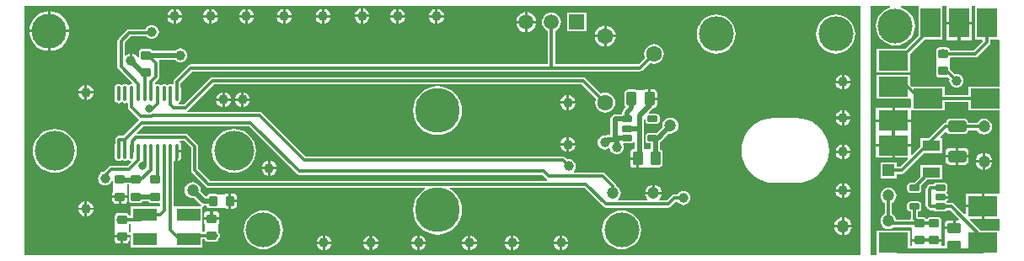
<source format=gbl>
G04 Layer_Physical_Order=2*
G04 Layer_Color=16711680*
%FSLAX42Y42*%
%MOMM*%
G71*
G01*
G75*
%ADD10R,3.00X2.00*%
G04:AMPARAMS|DCode=13|XSize=1mm|YSize=0.9mm|CornerRadius=0.11mm|HoleSize=0mm|Usage=FLASHONLY|Rotation=90.000|XOffset=0mm|YOffset=0mm|HoleType=Round|Shape=RoundedRectangle|*
%AMROUNDEDRECTD13*
21,1,1.00,0.68,0,0,90.0*
21,1,0.78,0.90,0,0,90.0*
1,1,0.23,0.34,0.39*
1,1,0.23,0.34,-0.39*
1,1,0.23,-0.34,-0.39*
1,1,0.23,-0.34,0.39*
%
%ADD13ROUNDEDRECTD13*%
%ADD14C,0.30*%
%ADD15C,0.50*%
%ADD16C,4.00*%
%ADD17C,1.52*%
%ADD18C,1.20*%
%ADD19R,1.20X1.20*%
%ADD20C,3.50*%
%ADD21R,1.50X1.50*%
%ADD22C,1.50*%
%ADD23C,1.60*%
%ADD24C,4.50*%
%ADD25C,1.00*%
%ADD26C,0.80*%
%ADD27C,1.27*%
G04:AMPARAMS|DCode=28|XSize=1.4mm|YSize=1mm|CornerRadius=0.13mm|HoleSize=0mm|Usage=FLASHONLY|Rotation=180.000|XOffset=0mm|YOffset=0mm|HoleType=Round|Shape=RoundedRectangle|*
%AMROUNDEDRECTD28*
21,1,1.40,0.75,0,0,180.0*
21,1,1.15,1.00,0,0,180.0*
1,1,0.25,-0.57,0.38*
1,1,0.25,0.57,0.38*
1,1,0.25,0.57,-0.38*
1,1,0.25,-0.57,-0.38*
%
%ADD28ROUNDEDRECTD28*%
%ADD29R,1.80X1.10*%
G04:AMPARAMS|DCode=30|XSize=0.6mm|YSize=1mm|CornerRadius=0.08mm|HoleSize=0mm|Usage=FLASHONLY|Rotation=270.000|XOffset=0mm|YOffset=0mm|HoleType=Round|Shape=RoundedRectangle|*
%AMROUNDEDRECTD30*
21,1,0.60,0.85,0,0,270.0*
21,1,0.45,1.00,0,0,270.0*
1,1,0.15,-0.42,-0.23*
1,1,0.15,-0.42,0.23*
1,1,0.15,0.42,0.23*
1,1,0.15,0.42,-0.23*
%
%ADD30ROUNDEDRECTD30*%
G04:AMPARAMS|DCode=31|XSize=1mm|YSize=0.9mm|CornerRadius=0.11mm|HoleSize=0mm|Usage=FLASHONLY|Rotation=0.000|XOffset=0mm|YOffset=0mm|HoleType=Round|Shape=RoundedRectangle|*
%AMROUNDEDRECTD31*
21,1,1.00,0.68,0,0,0.0*
21,1,0.78,0.90,0,0,0.0*
1,1,0.23,0.39,-0.34*
1,1,0.23,-0.39,-0.34*
1,1,0.23,-0.39,0.34*
1,1,0.23,0.39,0.34*
%
%ADD31ROUNDEDRECTD31*%
G04:AMPARAMS|DCode=32|XSize=1.8mm|YSize=1.15mm|CornerRadius=0.14mm|HoleSize=0mm|Usage=FLASHONLY|Rotation=0.000|XOffset=0mm|YOffset=0mm|HoleType=Round|Shape=RoundedRectangle|*
%AMROUNDEDRECTD32*
21,1,1.80,0.86,0,0,0.0*
21,1,1.51,1.15,0,0,0.0*
1,1,0.29,0.76,-0.43*
1,1,0.29,-0.76,-0.43*
1,1,0.29,-0.76,0.43*
1,1,0.29,0.76,0.43*
%
%ADD32ROUNDEDRECTD32*%
%ADD33R,2.00X3.00*%
%ADD34O,0.40X1.50*%
G04:AMPARAMS|DCode=35|XSize=1.4mm|YSize=1mm|CornerRadius=0.13mm|HoleSize=0mm|Usage=FLASHONLY|Rotation=270.000|XOffset=0mm|YOffset=0mm|HoleType=Round|Shape=RoundedRectangle|*
%AMROUNDEDRECTD35*
21,1,1.40,0.75,0,0,270.0*
21,1,1.15,1.00,0,0,270.0*
1,1,0.25,-0.38,-0.57*
1,1,0.25,-0.38,0.57*
1,1,0.25,0.38,0.57*
1,1,0.25,0.38,-0.57*
%
%ADD35ROUNDEDRECTD35*%
%ADD36R,2.40X1.30*%
G36*
X9600Y2210D02*
X9672D01*
X9677Y2197D01*
X9585Y2106D01*
X9350D01*
X9348Y2116D01*
X9341Y2126D01*
X9331Y2133D01*
X9319Y2136D01*
X9280D01*
X9280Y2136D01*
X9280Y2136D01*
X9241D01*
X9229Y2133D01*
X9219Y2126D01*
X9212Y2116D01*
X9209Y2104D01*
Y2036D01*
X9211Y2026D01*
X9210Y2025D01*
Y1945D01*
X9211Y1944D01*
X9209Y1934D01*
Y1866D01*
X9212Y1854D01*
X9219Y1844D01*
X9229Y1837D01*
X9241Y1834D01*
X9319D01*
X9326Y1836D01*
X9345Y1817D01*
X9342Y1800D01*
X9345Y1781D01*
X9352Y1764D01*
X9363Y1750D01*
X9378Y1739D01*
X9395Y1732D01*
X9413Y1729D01*
X9431Y1732D01*
X9448Y1739D01*
X9463Y1750D01*
X9474Y1764D01*
X9481Y1781D01*
X9483Y1800D01*
X9481Y1818D01*
X9474Y1835D01*
X9463Y1850D01*
X9448Y1861D01*
X9431Y1868D01*
X9413Y1870D01*
X9395Y1868D01*
X9351Y1912D01*
Y1934D01*
X9349Y1944D01*
X9350Y1945D01*
Y2025D01*
X9359Y2034D01*
X9600D01*
X9614Y2037D01*
X9625Y2045D01*
X9745Y2165D01*
X9753Y2176D01*
X9756Y2190D01*
Y2210D01*
X9840D01*
X9850Y2203D01*
Y1740D01*
X9530D01*
Y1656D01*
X9300D01*
Y1740D01*
X8970D01*
X8950Y1760D01*
Y1860D01*
X8610D01*
Y1620D01*
X8950D01*
X8960Y1613D01*
Y1536D01*
X8955Y1525D01*
X8947Y1525D01*
X8793D01*
Y1413D01*
X8955D01*
Y1489D01*
X8960Y1500D01*
X8968Y1500D01*
X9300D01*
Y1584D01*
X9530D01*
Y1500D01*
X9850D01*
Y665D01*
X9693D01*
Y540D01*
Y415D01*
X9850D01*
Y303D01*
X9850Y290D01*
X9660D01*
X9548Y403D01*
X9552Y415D01*
X9667D01*
Y527D01*
X9505D01*
Y462D01*
X9493Y458D01*
X9390Y560D01*
X9379Y568D01*
X9365Y571D01*
X9319D01*
X9317Y577D01*
X9316Y584D01*
X9323Y595D01*
X9326Y607D01*
Y617D01*
X9250D01*
Y643D01*
X9326D01*
Y653D01*
X9323Y665D01*
X9316Y676D01*
X9318Y691D01*
X9318Y692D01*
X9321Y703D01*
Y747D01*
X9318Y758D01*
X9312Y767D01*
X9303Y773D01*
X9293Y776D01*
X9207D01*
X9197Y773D01*
X9188Y767D01*
X9183Y761D01*
X9155D01*
X9141Y758D01*
X9130Y750D01*
X9115Y735D01*
X9107Y724D01*
X9104Y710D01*
Y550D01*
X9107Y536D01*
X9115Y525D01*
X9130Y510D01*
X9141Y502D01*
X9155Y499D01*
X9183D01*
X9188Y493D01*
X9197Y487D01*
X9207Y484D01*
X9293D01*
X9303Y487D01*
X9312Y493D01*
X9317Y499D01*
X9350D01*
X9441Y409D01*
X9435Y396D01*
X9403D01*
Y320D01*
X9390D01*
Y307D01*
X9294D01*
Y283D01*
X9297Y268D01*
X9300Y263D01*
Y183D01*
X9300Y182D01*
X9299Y177D01*
Y136D01*
X9269D01*
X9266Y143D01*
X9264Y149D01*
X9266Y161D01*
Y182D01*
X9190D01*
Y208D01*
X9266D01*
Y229D01*
X9263Y243D01*
X9260Y248D01*
Y320D01*
X9259Y321D01*
X9261Y331D01*
Y399D01*
X9258Y411D01*
X9251Y421D01*
X9241Y428D01*
X9229Y431D01*
X9151D01*
X9139Y428D01*
X9129Y421D01*
X9122Y411D01*
X9121Y409D01*
X9109D01*
X9108Y411D01*
X9101Y421D01*
X9091Y428D01*
X9079Y431D01*
X9026D01*
Y484D01*
X9032D01*
X9043Y487D01*
X9052Y493D01*
X9058Y502D01*
X9061Y512D01*
Y557D01*
X9058Y568D01*
X9052Y577D01*
X9043Y583D01*
X9032Y586D01*
X8947D01*
X8937Y583D01*
X8928Y577D01*
X8922Y568D01*
X8919Y557D01*
Y512D01*
X8922Y502D01*
X8928Y493D01*
X8937Y487D01*
X8947Y484D01*
X8954D01*
Y415D01*
X8955Y413D01*
X8944Y401D01*
X8809D01*
X8808Y411D01*
X8800Y430D01*
X8787Y447D01*
X8770Y460D01*
X8766Y462D01*
Y572D01*
X8770Y574D01*
X8787Y587D01*
X8800Y604D01*
X8808Y623D01*
X8811Y644D01*
X8808Y665D01*
X8800Y684D01*
X8787Y701D01*
X8770Y714D01*
X8751Y722D01*
X8730Y725D01*
X8709Y722D01*
X8690Y714D01*
X8673Y701D01*
X8660Y684D01*
X8652Y665D01*
X8649Y644D01*
X8652Y623D01*
X8660Y604D01*
X8673Y587D01*
X8690Y574D01*
X8694Y572D01*
Y462D01*
X8690Y460D01*
X8673Y447D01*
X8660Y430D01*
X8652Y411D01*
X8649Y390D01*
X8652Y369D01*
X8660Y350D01*
X8673Y333D01*
X8690Y320D01*
X8709Y312D01*
X8730Y309D01*
X8751Y312D01*
X8770Y320D01*
X8782Y329D01*
X8961D01*
X8970Y320D01*
Y248D01*
X8967Y243D01*
X8964Y229D01*
Y208D01*
X9040D01*
Y182D01*
X8964D01*
Y161D01*
X8966Y152D01*
X8958Y141D01*
X8950Y143D01*
Y290D01*
X8610D01*
Y50D01*
X8550D01*
Y2550D01*
X8744D01*
X8746Y2537D01*
X8725Y2531D01*
X8691Y2513D01*
X8661Y2489D01*
X8637Y2459D01*
X8619Y2425D01*
X8608Y2388D01*
X8604Y2350D01*
X8608Y2312D01*
X8619Y2275D01*
X8637Y2241D01*
X8661Y2211D01*
X8691Y2187D01*
X8725Y2169D01*
X8762Y2158D01*
X8800Y2154D01*
X8838Y2158D01*
X8875Y2169D01*
X8909Y2187D01*
X8939Y2211D01*
X8963Y2241D01*
X8981Y2275D01*
X8992Y2312D01*
X8996Y2350D01*
X8992Y2388D01*
X8981Y2425D01*
X8963Y2459D01*
X8939Y2489D01*
X8909Y2513D01*
X8875Y2531D01*
X8854Y2537D01*
X8856Y2550D01*
X9030D01*
Y2250D01*
X8900Y2120D01*
X8610D01*
Y1880D01*
X8950D01*
Y2070D01*
X9090Y2210D01*
X9270D01*
Y2550D01*
X9315D01*
Y2393D01*
X9440D01*
X9565D01*
Y2550D01*
X9600D01*
Y2210D01*
D02*
G37*
G36*
X8450Y50D02*
X50D01*
Y2550D01*
X8450Y2550D01*
Y50D01*
D02*
G37*
%LPC*%
G36*
X9565Y2367D02*
X9453D01*
Y2205D01*
X9565D01*
Y2367D01*
D02*
G37*
G36*
X9427D02*
X9315D01*
Y2205D01*
X9427D01*
Y2367D01*
D02*
G37*
G36*
X8767Y1525D02*
X8605D01*
Y1413D01*
X8767D01*
Y1525D01*
D02*
G37*
G36*
X9690Y1421D02*
X9669Y1418D01*
X9650Y1410D01*
X9633Y1397D01*
X9620Y1380D01*
X9618Y1376D01*
X9531D01*
Y1383D01*
X9528Y1397D01*
X9520Y1408D01*
X9509Y1416D01*
X9496Y1418D01*
X9344D01*
X9331Y1416D01*
X9320Y1408D01*
X9312Y1397D01*
X9309Y1383D01*
Y1376D01*
X9305D01*
X9291Y1373D01*
X9280Y1365D01*
X9140Y1225D01*
X9050D01*
Y1135D01*
X8967Y1053D01*
X8955Y1057D01*
Y1137D01*
X8793D01*
Y1025D01*
X8923D01*
X8927Y1013D01*
X8848Y934D01*
X8810D01*
Y978D01*
X8650D01*
Y818D01*
X8810D01*
Y862D01*
X8863D01*
X8877Y865D01*
X8888Y873D01*
X9090Y1075D01*
X9270D01*
Y1225D01*
X9257D01*
X9252Y1237D01*
X9300Y1284D01*
X9314Y1281D01*
X9320Y1272D01*
X9331Y1264D01*
X9344Y1262D01*
X9496D01*
X9509Y1264D01*
X9520Y1272D01*
X9528Y1283D01*
X9531Y1297D01*
Y1304D01*
X9618D01*
X9620Y1300D01*
X9633Y1283D01*
X9650Y1270D01*
X9669Y1262D01*
X9690Y1259D01*
X9711Y1262D01*
X9730Y1270D01*
X9747Y1283D01*
X9760Y1300D01*
X9768Y1319D01*
X9771Y1340D01*
X9768Y1361D01*
X9760Y1380D01*
X9747Y1397D01*
X9730Y1410D01*
X9711Y1418D01*
X9690Y1421D01*
D02*
G37*
G36*
X8955Y1387D02*
X8780D01*
X8605D01*
Y1275D01*
Y1163D01*
X8780D01*
X8955D01*
Y1275D01*
Y1387D01*
D02*
G37*
G36*
X9496Y1124D02*
X9433D01*
Y1053D01*
X9536D01*
Y1083D01*
X9533Y1099D01*
X9524Y1112D01*
X9511Y1121D01*
X9496Y1124D01*
D02*
G37*
G36*
X9407D02*
X9344D01*
X9329Y1121D01*
X9316Y1112D01*
X9307Y1099D01*
X9304Y1083D01*
Y1053D01*
X9407D01*
Y1124D01*
D02*
G37*
G36*
X8767Y1137D02*
X8605D01*
Y1025D01*
X8767D01*
Y1137D01*
D02*
G37*
G36*
X9703Y1074D02*
Y1003D01*
X9774D01*
X9773Y1012D01*
X9765Y1033D01*
X9751Y1051D01*
X9733Y1065D01*
X9712Y1073D01*
X9703Y1074D01*
D02*
G37*
G36*
X9677Y1074D02*
X9668Y1073D01*
X9647Y1065D01*
X9629Y1051D01*
X9615Y1033D01*
X9607Y1012D01*
X9606Y1003D01*
X9677D01*
Y1074D01*
D02*
G37*
G36*
X9536Y1027D02*
X9433D01*
Y956D01*
X9496D01*
X9511Y959D01*
X9524Y968D01*
X9533Y981D01*
X9536Y997D01*
Y1027D01*
D02*
G37*
G36*
X9407D02*
X9304D01*
Y997D01*
X9307Y981D01*
X9316Y968D01*
X9329Y959D01*
X9344Y956D01*
X9407D01*
Y1027D01*
D02*
G37*
G36*
X9774Y977D02*
X9703D01*
Y906D01*
X9712Y907D01*
X9733Y915D01*
X9751Y929D01*
X9765Y947D01*
X9773Y968D01*
X9774Y977D01*
D02*
G37*
G36*
X9677D02*
X9606D01*
X9607Y968D01*
X9615Y947D01*
X9629Y929D01*
X9647Y915D01*
X9668Y907D01*
X9677Y906D01*
Y977D01*
D02*
G37*
G36*
X9270Y955D02*
X9050D01*
Y835D01*
X8990Y776D01*
X8947D01*
X8937Y773D01*
X8928Y767D01*
X8922Y758D01*
X8919Y747D01*
Y703D01*
X8922Y692D01*
X8928Y683D01*
X8937Y677D01*
X8947Y674D01*
X9032D01*
X9043Y677D01*
X9052Y683D01*
X9058Y692D01*
X9061Y703D01*
Y745D01*
X9120Y805D01*
X9270D01*
Y955D01*
D02*
G37*
G36*
X9667Y665D02*
X9505D01*
Y553D01*
X9667D01*
Y665D01*
D02*
G37*
G36*
X9377Y396D02*
X9332D01*
X9318Y393D01*
X9305Y385D01*
X9297Y372D01*
X9294Y358D01*
Y333D01*
X9377D01*
Y396D01*
D02*
G37*
G36*
X3455Y2527D02*
Y2465D01*
X3517D01*
X3516Y2472D01*
X3509Y2491D01*
X3496Y2506D01*
X3481Y2519D01*
X3462Y2526D01*
X3455Y2527D01*
D02*
G37*
G36*
X3430D02*
X3423Y2526D01*
X3405Y2519D01*
X3389Y2506D01*
X3377Y2491D01*
X3369Y2472D01*
X3368Y2465D01*
X3430D01*
Y2527D01*
D02*
G37*
G36*
X4203Y2524D02*
Y2463D01*
X4264D01*
X4263Y2470D01*
X4256Y2488D01*
X4244Y2504D01*
X4228Y2516D01*
X4210Y2523D01*
X4203Y2524D01*
D02*
G37*
G36*
X4177D02*
X4170Y2523D01*
X4152Y2516D01*
X4136Y2504D01*
X4124Y2488D01*
X4117Y2470D01*
X4116Y2463D01*
X4177D01*
Y2524D01*
D02*
G37*
G36*
X3813D02*
Y2463D01*
X3874D01*
X3873Y2470D01*
X3866Y2488D01*
X3854Y2504D01*
X3838Y2516D01*
X3820Y2523D01*
X3813Y2524D01*
D02*
G37*
G36*
X3787D02*
X3780Y2523D01*
X3762Y2516D01*
X3746Y2504D01*
X3734Y2488D01*
X3727Y2470D01*
X3726Y2463D01*
X3787D01*
Y2524D01*
D02*
G37*
G36*
X3063D02*
Y2463D01*
X3124D01*
X3123Y2470D01*
X3116Y2488D01*
X3104Y2504D01*
X3088Y2516D01*
X3070Y2523D01*
X3063Y2524D01*
D02*
G37*
G36*
X3037D02*
X3030Y2523D01*
X3012Y2516D01*
X2996Y2504D01*
X2984Y2488D01*
X2977Y2470D01*
X2976Y2463D01*
X3037D01*
Y2524D01*
D02*
G37*
G36*
X2673D02*
Y2463D01*
X2734D01*
X2733Y2470D01*
X2726Y2488D01*
X2714Y2504D01*
X2698Y2516D01*
X2680Y2523D01*
X2673Y2524D01*
D02*
G37*
G36*
X2647D02*
X2640Y2523D01*
X2622Y2516D01*
X2606Y2504D01*
X2594Y2488D01*
X2587Y2470D01*
X2586Y2463D01*
X2647D01*
Y2524D01*
D02*
G37*
G36*
X2293D02*
Y2463D01*
X2354D01*
X2353Y2470D01*
X2346Y2488D01*
X2334Y2504D01*
X2318Y2516D01*
X2300Y2523D01*
X2293Y2524D01*
D02*
G37*
G36*
X2267D02*
X2260Y2523D01*
X2242Y2516D01*
X2226Y2504D01*
X2214Y2488D01*
X2207Y2470D01*
X2206Y2463D01*
X2267D01*
Y2524D01*
D02*
G37*
G36*
X1933D02*
Y2463D01*
X1994D01*
X1993Y2470D01*
X1986Y2488D01*
X1974Y2504D01*
X1958Y2516D01*
X1940Y2523D01*
X1933Y2524D01*
D02*
G37*
G36*
X1907D02*
X1900Y2523D01*
X1882Y2516D01*
X1866Y2504D01*
X1854Y2488D01*
X1847Y2470D01*
X1846Y2463D01*
X1907D01*
Y2524D01*
D02*
G37*
G36*
X1573D02*
Y2463D01*
X1634D01*
X1633Y2470D01*
X1626Y2488D01*
X1614Y2504D01*
X1598Y2516D01*
X1580Y2523D01*
X1573Y2524D01*
D02*
G37*
G36*
X1547D02*
X1540Y2523D01*
X1522Y2516D01*
X1506Y2504D01*
X1494Y2488D01*
X1487Y2470D01*
X1486Y2463D01*
X1547D01*
Y2524D01*
D02*
G37*
G36*
X5105Y2490D02*
Y2403D01*
X5192D01*
X5190Y2416D01*
X5180Y2441D01*
X5164Y2462D01*
X5143Y2478D01*
X5118Y2488D01*
X5105Y2490D01*
D02*
G37*
G36*
X5079Y2490D02*
X5066Y2488D01*
X5041Y2478D01*
X5020Y2462D01*
X5004Y2441D01*
X4994Y2416D01*
X4992Y2403D01*
X5079D01*
Y2490D01*
D02*
G37*
G36*
X3517Y2440D02*
X3455D01*
Y2378D01*
X3462Y2379D01*
X3481Y2387D01*
X3496Y2399D01*
X3509Y2415D01*
X3516Y2433D01*
X3517Y2440D01*
D02*
G37*
G36*
X3430D02*
X3368D01*
X3369Y2433D01*
X3377Y2415D01*
X3389Y2399D01*
X3405Y2387D01*
X3423Y2379D01*
X3430Y2378D01*
Y2440D01*
D02*
G37*
G36*
X4264Y2437D02*
X4203D01*
Y2376D01*
X4210Y2377D01*
X4228Y2384D01*
X4244Y2396D01*
X4256Y2412D01*
X4263Y2430D01*
X4264Y2437D01*
D02*
G37*
G36*
X4177D02*
X4116D01*
X4117Y2430D01*
X4124Y2412D01*
X4136Y2396D01*
X4152Y2384D01*
X4170Y2377D01*
X4177Y2376D01*
Y2437D01*
D02*
G37*
G36*
X3874D02*
X3813D01*
Y2376D01*
X3820Y2377D01*
X3838Y2384D01*
X3854Y2396D01*
X3866Y2412D01*
X3873Y2430D01*
X3874Y2437D01*
D02*
G37*
G36*
X3787D02*
X3726D01*
X3727Y2430D01*
X3734Y2412D01*
X3746Y2396D01*
X3762Y2384D01*
X3780Y2377D01*
X3787Y2376D01*
Y2437D01*
D02*
G37*
G36*
X3124D02*
X3063D01*
Y2376D01*
X3070Y2377D01*
X3088Y2384D01*
X3104Y2396D01*
X3116Y2412D01*
X3123Y2430D01*
X3124Y2437D01*
D02*
G37*
G36*
X3037D02*
X2976D01*
X2977Y2430D01*
X2984Y2412D01*
X2996Y2396D01*
X3012Y2384D01*
X3030Y2377D01*
X3037Y2376D01*
Y2437D01*
D02*
G37*
G36*
X2734D02*
X2673D01*
Y2376D01*
X2680Y2377D01*
X2698Y2384D01*
X2714Y2396D01*
X2726Y2412D01*
X2733Y2430D01*
X2734Y2437D01*
D02*
G37*
G36*
X2647D02*
X2586D01*
X2587Y2430D01*
X2594Y2412D01*
X2606Y2396D01*
X2622Y2384D01*
X2640Y2377D01*
X2647Y2376D01*
Y2437D01*
D02*
G37*
G36*
X2354D02*
X2293D01*
Y2376D01*
X2300Y2377D01*
X2318Y2384D01*
X2334Y2396D01*
X2346Y2412D01*
X2353Y2430D01*
X2354Y2437D01*
D02*
G37*
G36*
X2267D02*
X2206D01*
X2207Y2430D01*
X2214Y2412D01*
X2226Y2396D01*
X2242Y2384D01*
X2260Y2377D01*
X2267Y2376D01*
Y2437D01*
D02*
G37*
G36*
X1994D02*
X1933D01*
Y2376D01*
X1940Y2377D01*
X1958Y2384D01*
X1974Y2396D01*
X1986Y2412D01*
X1993Y2430D01*
X1994Y2437D01*
D02*
G37*
G36*
X1907D02*
X1846D01*
X1847Y2430D01*
X1854Y2412D01*
X1866Y2396D01*
X1882Y2384D01*
X1900Y2377D01*
X1907Y2376D01*
Y2437D01*
D02*
G37*
G36*
X1634D02*
X1573D01*
Y2376D01*
X1580Y2377D01*
X1598Y2384D01*
X1614Y2396D01*
X1626Y2412D01*
X1633Y2430D01*
X1634Y2437D01*
D02*
G37*
G36*
X1547D02*
X1486D01*
X1487Y2430D01*
X1494Y2412D01*
X1506Y2396D01*
X1522Y2384D01*
X1540Y2377D01*
X1547Y2376D01*
Y2437D01*
D02*
G37*
G36*
X313Y2500D02*
Y2313D01*
X500D01*
X498Y2339D01*
X486Y2377D01*
X467Y2412D01*
X442Y2442D01*
X412Y2467D01*
X377Y2486D01*
X339Y2497D01*
X313Y2500D01*
D02*
G37*
G36*
X287D02*
X261Y2497D01*
X223Y2486D01*
X188Y2467D01*
X158Y2442D01*
X133Y2412D01*
X114Y2377D01*
X103Y2339D01*
X100Y2313D01*
X287D01*
Y2500D01*
D02*
G37*
G36*
X5695Y2485D02*
X5505D01*
Y2295D01*
X5695D01*
Y2485D01*
D02*
G37*
G36*
X5192Y2377D02*
X5105D01*
Y2290D01*
X5118Y2292D01*
X5143Y2302D01*
X5164Y2318D01*
X5180Y2339D01*
X5190Y2364D01*
X5192Y2377D01*
D02*
G37*
G36*
X5079D02*
X4992D01*
X4994Y2364D01*
X5004Y2339D01*
X5020Y2318D01*
X5041Y2302D01*
X5066Y2292D01*
X5079Y2290D01*
Y2377D01*
D02*
G37*
G36*
X5898Y2355D02*
Y2263D01*
X5990D01*
X5988Y2278D01*
X5977Y2303D01*
X5960Y2325D01*
X5938Y2342D01*
X5913Y2353D01*
X5898Y2355D01*
D02*
G37*
G36*
X5872Y2355D02*
X5857Y2353D01*
X5832Y2342D01*
X5810Y2325D01*
X5793Y2303D01*
X5782Y2278D01*
X5780Y2263D01*
X5872D01*
Y2355D01*
D02*
G37*
G36*
X5346Y2486D02*
X5321Y2483D01*
X5298Y2473D01*
X5278Y2458D01*
X5263Y2438D01*
X5253Y2415D01*
X5250Y2390D01*
X5253Y2365D01*
X5263Y2342D01*
X5278Y2322D01*
X5298Y2307D01*
X5310Y2302D01*
Y1966D01*
X1720D01*
X1706Y1963D01*
X1695Y1955D01*
X1557Y1818D01*
X1550Y1806D01*
X1547Y1793D01*
Y1769D01*
X1534Y1762D01*
X1533Y1763D01*
X1518Y1766D01*
X1502Y1763D01*
X1489Y1754D01*
X1481D01*
X1468Y1763D01*
X1453Y1766D01*
X1437Y1763D01*
X1429Y1758D01*
X1420Y1755D01*
X1411Y1758D01*
X1403Y1763D01*
X1387Y1766D01*
X1373Y1763D01*
X1362Y1770D01*
X1361Y1780D01*
X1395Y1815D01*
X1395Y1815D01*
X1395Y1815D01*
X1399Y1821D01*
X1403Y1826D01*
X1403Y1826D01*
X1403Y1826D01*
X1404Y1833D01*
X1406Y1840D01*
X1406Y1840D01*
X1406Y1840D01*
Y1980D01*
X1403Y1994D01*
X1401Y1996D01*
X1408Y2009D01*
X1545D01*
X1562D01*
X1565Y2005D01*
X1580Y1994D01*
X1597Y1987D01*
X1615Y1984D01*
X1633Y1987D01*
X1650Y1994D01*
X1665Y2005D01*
X1676Y2020D01*
X1683Y2037D01*
X1686Y2055D01*
X1683Y2073D01*
X1676Y2090D01*
X1665Y2105D01*
X1650Y2116D01*
X1633Y2123D01*
X1615Y2126D01*
X1597Y2123D01*
X1580Y2116D01*
X1565Y2105D01*
X1562Y2101D01*
X1545D01*
X1338D01*
X1338Y2101D01*
X1331Y2111D01*
X1321Y2118D01*
X1309Y2121D01*
X1231D01*
X1219Y2118D01*
X1209Y2111D01*
X1202Y2101D01*
X1199Y2089D01*
Y2039D01*
X1187Y2036D01*
X1186Y2038D01*
X1174Y2054D01*
X1158Y2066D01*
X1140Y2073D01*
X1133Y2074D01*
Y2000D01*
X1107D01*
Y2074D01*
X1100Y2073D01*
X1082Y2066D01*
X1068Y2055D01*
X1056Y2059D01*
Y2185D01*
X1115Y2244D01*
X1277D01*
X1280Y2240D01*
X1295Y2229D01*
X1312Y2222D01*
X1330Y2219D01*
X1348Y2222D01*
X1365Y2229D01*
X1380Y2240D01*
X1391Y2255D01*
X1398Y2272D01*
X1401Y2290D01*
X1398Y2308D01*
X1391Y2325D01*
X1380Y2340D01*
X1365Y2351D01*
X1348Y2358D01*
X1330Y2361D01*
X1312Y2358D01*
X1295Y2351D01*
X1280Y2340D01*
X1269Y2325D01*
X1265Y2316D01*
X1100D01*
X1086Y2313D01*
X1075Y2305D01*
X995Y2225D01*
X987Y2214D01*
X984Y2200D01*
Y1940D01*
X984Y1940D01*
X984Y1940D01*
X986Y1933D01*
X987Y1926D01*
X987Y1926D01*
X987Y1926D01*
X991Y1921D01*
X995Y1915D01*
X995Y1915D01*
X995Y1915D01*
X1132Y1778D01*
X1129Y1770D01*
X1126Y1766D01*
X1112Y1763D01*
X1099Y1754D01*
X1091D01*
X1078Y1763D01*
X1062Y1766D01*
X1047Y1763D01*
X1034Y1754D01*
X1026D01*
X1013Y1763D01*
X998Y1766D01*
X982Y1763D01*
X969Y1754D01*
X960Y1741D01*
X957Y1725D01*
Y1615D01*
X960Y1599D01*
X969Y1586D01*
X982Y1577D01*
X998Y1574D01*
X1013Y1577D01*
X1026Y1586D01*
X1034D01*
X1047Y1577D01*
X1062Y1574D01*
X1078Y1577D01*
X1079Y1578D01*
X1092Y1571D01*
Y1533D01*
X1095Y1519D01*
X1102Y1507D01*
X1190Y1420D01*
X1197Y1415D01*
X1197Y1415D01*
X1200Y1402D01*
X1199Y1400D01*
X1045Y1246D01*
X998D01*
X984Y1243D01*
X972Y1235D01*
X965Y1224D01*
X962Y1210D01*
Y1164D01*
X960Y1161D01*
X957Y1145D01*
Y1035D01*
X960Y1019D01*
X969Y1006D01*
X982Y997D01*
X998Y994D01*
X1013Y997D01*
X1026Y1006D01*
X1034D01*
X1047Y997D01*
X1062Y994D01*
X1078Y997D01*
X1091Y1006D01*
X1099D01*
X1112Y997D01*
X1118Y996D01*
X1122Y982D01*
X1085Y946D01*
X920D01*
X906Y943D01*
X895Y935D01*
X849Y889D01*
X842Y888D01*
X825Y881D01*
X810Y870D01*
X799Y855D01*
X792Y838D01*
X789Y820D01*
X792Y802D01*
X799Y785D01*
X810Y770D01*
X825Y759D01*
X842Y752D01*
X860Y749D01*
X878Y752D01*
X895Y759D01*
X910Y770D01*
X921Y785D01*
X927Y798D01*
X939Y796D01*
Y771D01*
X941Y761D01*
X940Y760D01*
Y688D01*
X937Y683D01*
X934Y669D01*
Y648D01*
X1086D01*
Y669D01*
X1083Y683D01*
X1080Y688D01*
Y754D01*
X1100D01*
Y680D01*
X1101Y679D01*
X1099Y669D01*
Y601D01*
X1102Y589D01*
X1109Y579D01*
X1119Y572D01*
X1131Y569D01*
X1209D01*
X1221Y572D01*
X1231Y579D01*
X1238Y589D01*
X1238Y589D01*
X1292D01*
X1292Y589D01*
X1299Y579D01*
X1309Y572D01*
X1321Y569D01*
X1399D01*
X1404Y570D01*
X1417Y562D01*
Y539D01*
X1120D01*
Y535D01*
X1120D01*
Y441D01*
X1100D01*
X1098Y451D01*
X1091Y461D01*
X1081Y468D01*
X1069Y471D01*
X991D01*
X979Y468D01*
X969Y461D01*
X962Y451D01*
X959Y439D01*
Y422D01*
X957Y419D01*
X954Y405D01*
X957Y391D01*
X959Y388D01*
Y371D01*
X961Y361D01*
X960Y360D01*
Y288D01*
X957Y283D01*
X954Y269D01*
Y248D01*
X1106D01*
Y269D01*
X1103Y283D01*
X1100Y288D01*
Y359D01*
X1110Y368D01*
X1120Y366D01*
Y365D01*
X1120D01*
Y295D01*
X1120D01*
Y125D01*
X1120D01*
Y120D01*
X1839D01*
Y125D01*
X1840D01*
Y209D01*
X1860D01*
X1862Y199D01*
X1869Y189D01*
X1879Y182D01*
X1891Y179D01*
X1969D01*
X1981Y182D01*
X1991Y189D01*
X1998Y199D01*
X2001Y211D01*
Y217D01*
X2005Y220D01*
X2013Y231D01*
X2016Y245D01*
X2013Y259D01*
X2005Y270D01*
X2001Y273D01*
Y279D01*
X1999Y289D01*
X2000Y290D01*
Y362D01*
X2003Y367D01*
X2006Y381D01*
Y402D01*
X1930D01*
X1854D01*
Y381D01*
X1857Y367D01*
X1860Y362D01*
Y291D01*
X1850Y282D01*
X1840Y284D01*
Y295D01*
X1839D01*
Y365D01*
X1840D01*
Y533D01*
X1843Y538D01*
X1850Y544D01*
X1850Y544D01*
X1881D01*
X1882Y539D01*
X1889Y529D01*
X1899Y522D01*
X1911Y519D01*
X1979D01*
X1989Y521D01*
X1990Y520D01*
X2062D01*
X2067Y517D01*
X2081Y514D01*
X2102D01*
Y590D01*
Y666D01*
X2081D01*
X2067Y663D01*
X2062Y660D01*
X1990D01*
X1989Y659D01*
X1979Y661D01*
X1911D01*
X1899Y658D01*
X1889Y651D01*
X1882Y641D01*
X1881Y637D01*
X1869Y636D01*
X1819Y686D01*
X1821Y700D01*
X1818Y721D01*
X1810Y740D01*
X1797Y757D01*
X1780Y770D01*
X1761Y778D01*
X1740Y781D01*
X1719Y778D01*
X1700Y770D01*
X1683Y757D01*
X1670Y740D01*
X1662Y721D01*
X1659Y700D01*
X1662Y679D01*
X1670Y660D01*
X1683Y643D01*
X1700Y630D01*
X1719Y622D01*
X1740Y619D01*
X1754Y621D01*
X1818Y558D01*
X1826Y552D01*
X1822Y539D01*
X1553D01*
Y987D01*
X1563Y992D01*
X1566Y992D01*
X1570Y991D01*
Y1090D01*
X1582D01*
Y1103D01*
X1629D01*
Y1145D01*
X1625Y1163D01*
X1615Y1178D01*
X1609Y1182D01*
X1613Y1194D01*
X1655D01*
X1724Y1125D01*
Y900D01*
X1727Y886D01*
X1735Y875D01*
X1875Y735D01*
X1886Y727D01*
X1900Y724D01*
X4074D01*
X4077Y712D01*
X4063Y705D01*
X4026Y674D01*
X3995Y637D01*
X3973Y594D01*
X3959Y548D01*
X3954Y500D01*
X3959Y452D01*
X3973Y406D01*
X3995Y363D01*
X4026Y326D01*
X4063Y295D01*
X4106Y273D01*
X4152Y259D01*
X4200Y254D01*
X4248Y259D01*
X4294Y273D01*
X4337Y295D01*
X4374Y326D01*
X4405Y363D01*
X4427Y406D01*
X4441Y452D01*
X4446Y500D01*
X4441Y548D01*
X4427Y594D01*
X4405Y637D01*
X4374Y674D01*
X4337Y705D01*
X4323Y712D01*
X4326Y724D01*
X5675D01*
X5865Y535D01*
X5876Y527D01*
X5890Y524D01*
X6520D01*
X6534Y527D01*
X6545Y535D01*
X6595Y584D01*
X6609D01*
X6620Y570D01*
X6635Y559D01*
X6652Y552D01*
X6670Y549D01*
X6688Y552D01*
X6705Y559D01*
X6720Y570D01*
X6731Y585D01*
X6738Y602D01*
X6741Y620D01*
X6738Y638D01*
X6731Y655D01*
X6720Y670D01*
X6705Y681D01*
X6688Y688D01*
X6670Y691D01*
X6652Y688D01*
X6635Y681D01*
X6620Y670D01*
X6609Y656D01*
X6580D01*
X6566Y653D01*
X6555Y645D01*
X6505Y596D01*
X6433D01*
X6429Y608D01*
X6431Y609D01*
X6445Y627D01*
X6453Y648D01*
X6454Y657D01*
X6286D01*
X6287Y648D01*
X6295Y627D01*
X6309Y609D01*
X6311Y608D01*
X6307Y596D01*
X6015D01*
X6011Y608D01*
X6017Y613D01*
X6030Y630D01*
X6038Y649D01*
X6041Y670D01*
X6038Y691D01*
X6030Y710D01*
X6017Y727D01*
X6000Y740D01*
X5995Y742D01*
X5993Y754D01*
X5985Y765D01*
X5885Y865D01*
X5874Y873D01*
X5860Y876D01*
X5572D01*
X5568Y888D01*
X5570Y890D01*
X5581Y905D01*
X5588Y922D01*
X5591Y940D01*
X5588Y958D01*
X5581Y975D01*
X5570Y990D01*
X5555Y1001D01*
X5538Y1008D01*
X5520Y1011D01*
X5502Y1008D01*
X5485Y1025D01*
X5474Y1033D01*
X5460Y1036D01*
X2875D01*
X2435Y1475D01*
X2424Y1483D01*
X2410Y1486D01*
X1688D01*
X1686Y1489D01*
X1686Y1498D01*
X1695Y1505D01*
X1955Y1764D01*
X5650D01*
X5794Y1621D01*
X5788Y1606D01*
X5784Y1580D01*
X5788Y1554D01*
X5798Y1530D01*
X5814Y1509D01*
X5835Y1493D01*
X5859Y1483D01*
X5885Y1479D01*
X5911Y1483D01*
X5935Y1493D01*
X5956Y1509D01*
X5972Y1530D01*
X5982Y1554D01*
X5986Y1580D01*
X5982Y1606D01*
X5972Y1630D01*
X5956Y1651D01*
X5935Y1667D01*
X5911Y1677D01*
X5885Y1681D01*
X5859Y1677D01*
X5844Y1671D01*
X5690Y1825D01*
X5679Y1833D01*
X5665Y1836D01*
X1940D01*
X1926Y1833D01*
X1915Y1825D01*
X1655Y1566D01*
X1602D01*
X1600Y1572D01*
X1600Y1578D01*
X1611Y1586D01*
X1620Y1599D01*
X1623Y1615D01*
Y1725D01*
X1620Y1741D01*
X1618Y1744D01*
Y1778D01*
X1735Y1894D01*
X6235D01*
X6249Y1897D01*
X6260Y1905D01*
X6334Y1979D01*
X6349Y1973D01*
X6375Y1969D01*
X6401Y1973D01*
X6425Y1983D01*
X6446Y1999D01*
X6462Y2020D01*
X6472Y2044D01*
X6476Y2070D01*
X6472Y2096D01*
X6462Y2120D01*
X6446Y2141D01*
X6425Y2157D01*
X6401Y2167D01*
X6375Y2171D01*
X6349Y2167D01*
X6325Y2157D01*
X6304Y2141D01*
X6288Y2120D01*
X6278Y2096D01*
X6274Y2070D01*
X6278Y2044D01*
X6284Y2029D01*
X6220Y1966D01*
X5382D01*
Y2302D01*
X5394Y2307D01*
X5414Y2322D01*
X5429Y2342D01*
X5439Y2365D01*
X5442Y2390D01*
X5439Y2415D01*
X5429Y2438D01*
X5414Y2458D01*
X5394Y2473D01*
X5371Y2483D01*
X5346Y2486D01*
D02*
G37*
G36*
X5872Y2237D02*
X5780D01*
X5782Y2222D01*
X5793Y2197D01*
X5810Y2175D01*
X5832Y2158D01*
X5857Y2147D01*
X5872Y2145D01*
Y2237D01*
D02*
G37*
G36*
X5990D02*
X5898D01*
Y2145D01*
X5913Y2147D01*
X5938Y2158D01*
X5960Y2175D01*
X5977Y2197D01*
X5988Y2222D01*
X5990Y2237D01*
D02*
G37*
G36*
X500Y2287D02*
X313D01*
Y2100D01*
X339Y2102D01*
X377Y2114D01*
X412Y2133D01*
X442Y2158D01*
X467Y2188D01*
X486Y2223D01*
X498Y2261D01*
X500Y2287D01*
D02*
G37*
G36*
X287D02*
X100D01*
X103Y2261D01*
X114Y2223D01*
X133Y2188D01*
X158Y2158D01*
X188Y2133D01*
X223Y2114D01*
X261Y2102D01*
X287Y2100D01*
Y2287D01*
D02*
G37*
G36*
X8200Y2466D02*
X8162Y2462D01*
X8125Y2451D01*
X8091Y2433D01*
X8061Y2409D01*
X8037Y2379D01*
X8019Y2345D01*
X8008Y2308D01*
X8004Y2270D01*
X8008Y2232D01*
X8019Y2195D01*
X8037Y2161D01*
X8061Y2131D01*
X8091Y2107D01*
X8125Y2089D01*
X8162Y2078D01*
X8200Y2074D01*
X8238Y2078D01*
X8275Y2089D01*
X8309Y2107D01*
X8339Y2131D01*
X8363Y2161D01*
X8381Y2195D01*
X8392Y2232D01*
X8396Y2270D01*
X8392Y2308D01*
X8381Y2345D01*
X8363Y2379D01*
X8339Y2409D01*
X8309Y2433D01*
X8275Y2451D01*
X8238Y2462D01*
X8200Y2466D01*
D02*
G37*
G36*
X7000D02*
X6962Y2462D01*
X6925Y2451D01*
X6891Y2433D01*
X6861Y2409D01*
X6837Y2379D01*
X6819Y2345D01*
X6808Y2308D01*
X6804Y2270D01*
X6808Y2232D01*
X6819Y2195D01*
X6837Y2161D01*
X6861Y2131D01*
X6891Y2107D01*
X6925Y2089D01*
X6962Y2078D01*
X7000Y2074D01*
X7038Y2078D01*
X7075Y2089D01*
X7109Y2107D01*
X7139Y2131D01*
X7163Y2161D01*
X7181Y2195D01*
X7192Y2232D01*
X7196Y2270D01*
X7192Y2308D01*
X7181Y2345D01*
X7163Y2379D01*
X7139Y2409D01*
X7109Y2433D01*
X7075Y2451D01*
X7038Y2462D01*
X7000Y2466D01*
D02*
G37*
G36*
X8287Y1861D02*
Y1800D01*
X8348D01*
X8347Y1807D01*
X8340Y1825D01*
X8328Y1841D01*
X8312Y1853D01*
X8294Y1860D01*
X8287Y1861D01*
D02*
G37*
G36*
X8261D02*
X8254Y1860D01*
X8236Y1853D01*
X8220Y1841D01*
X8208Y1825D01*
X8200Y1807D01*
X8199Y1800D01*
X8261D01*
Y1861D01*
D02*
G37*
G36*
X8348Y1774D02*
X8287D01*
Y1713D01*
X8294Y1714D01*
X8312Y1721D01*
X8328Y1733D01*
X8340Y1749D01*
X8347Y1767D01*
X8348Y1774D01*
D02*
G37*
G36*
X8261D02*
X8199D01*
X8200Y1767D01*
X8208Y1749D01*
X8220Y1733D01*
X8236Y1721D01*
X8254Y1714D01*
X8261Y1713D01*
Y1774D01*
D02*
G37*
G36*
X6317Y1716D02*
X6293D01*
X6278Y1713D01*
X6273Y1710D01*
X6192D01*
X6192Y1710D01*
X6187Y1711D01*
X6112D01*
X6100Y1708D01*
X6089Y1701D01*
X6082Y1690D01*
X6079Y1677D01*
Y1562D01*
X6082Y1550D01*
X6089Y1539D01*
X6090Y1534D01*
X6068Y1512D01*
X6068Y1512D01*
X6068Y1512D01*
X6064Y1507D01*
X6058Y1498D01*
X6058Y1498D01*
X6058Y1498D01*
X6056Y1490D01*
X6054Y1480D01*
Y1465D01*
X6047Y1463D01*
X6043Y1461D01*
X5985D01*
X5967Y1457D01*
X5953Y1447D01*
X5943Y1433D01*
X5939Y1415D01*
Y1256D01*
X5910D01*
X5910Y1256D01*
X5910Y1256D01*
X5901Y1254D01*
X5892Y1252D01*
X5892Y1252D01*
X5892Y1252D01*
X5888Y1250D01*
X5880Y1251D01*
X5862Y1248D01*
X5845Y1241D01*
X5830Y1230D01*
X5819Y1215D01*
X5812Y1198D01*
X5809Y1180D01*
X5812Y1162D01*
X5819Y1145D01*
X5830Y1130D01*
X5845Y1119D01*
X5862Y1112D01*
X5880Y1109D01*
X5898Y1112D01*
X5915Y1119D01*
X5919Y1122D01*
X5931Y1117D01*
X5932Y1112D01*
X5939Y1095D01*
X5950Y1080D01*
X5965Y1069D01*
X5982Y1062D01*
X6000Y1059D01*
X6018Y1062D01*
X6035Y1069D01*
X6050Y1080D01*
X6061Y1095D01*
X6068Y1112D01*
X6071Y1130D01*
X6068Y1148D01*
X6063Y1162D01*
X6067Y1171D01*
X6070Y1174D01*
X6142D01*
X6153Y1177D01*
X6162Y1183D01*
X6168Y1192D01*
X6171Y1202D01*
Y1247D01*
X6168Y1258D01*
X6168Y1259D01*
X6177Y1270D01*
X6184Y1268D01*
Y1116D01*
X6172D01*
X6158Y1113D01*
X6145Y1105D01*
X6137Y1092D01*
X6134Y1078D01*
Y1033D01*
X6210D01*
Y1020D01*
X6223D01*
Y924D01*
X6247D01*
X6262Y927D01*
X6267Y930D01*
X6347D01*
X6348Y930D01*
X6353Y929D01*
X6428D01*
X6440Y932D01*
X6451Y939D01*
X6458Y950D01*
X6461Y962D01*
Y1078D01*
X6458Y1090D01*
X6451Y1101D01*
X6440Y1108D01*
X6436Y1109D01*
Y1185D01*
X6447Y1193D01*
X6526Y1271D01*
X6540Y1269D01*
X6561Y1272D01*
X6580Y1280D01*
X6597Y1293D01*
X6610Y1310D01*
X6618Y1329D01*
X6621Y1350D01*
X6618Y1371D01*
X6610Y1390D01*
X6597Y1407D01*
X6580Y1420D01*
X6561Y1428D01*
X6540Y1431D01*
X6519Y1428D01*
X6500Y1420D01*
X6483Y1407D01*
X6470Y1390D01*
X6462Y1371D01*
X6459Y1350D01*
X6461Y1336D01*
X6401Y1276D01*
X6317D01*
X6307Y1273D01*
X6298Y1267D01*
X6292Y1258D01*
X6289Y1247D01*
Y1202D01*
X6292Y1192D01*
X6298Y1183D01*
X6307Y1177D01*
X6317Y1174D01*
X6344D01*
Y1110D01*
X6276D01*
Y1320D01*
Y1418D01*
X6277Y1419D01*
X6289Y1412D01*
Y1393D01*
X6292Y1382D01*
X6298Y1373D01*
X6307Y1367D01*
X6317Y1364D01*
X6403D01*
X6413Y1367D01*
X6422Y1373D01*
X6428Y1382D01*
X6431Y1393D01*
Y1438D01*
X6428Y1448D01*
X6422Y1457D01*
X6413Y1463D01*
X6403Y1466D01*
X6328D01*
X6323Y1478D01*
X6362Y1518D01*
X6367Y1524D01*
X6368D01*
X6382Y1527D01*
X6395Y1535D01*
X6403Y1548D01*
X6406Y1562D01*
Y1607D01*
X6330D01*
Y1620D01*
X6317D01*
Y1716D01*
D02*
G37*
G36*
X680Y1757D02*
Y1695D01*
X742D01*
X741Y1702D01*
X733Y1721D01*
X721Y1736D01*
X705Y1749D01*
X687Y1756D01*
X680Y1757D01*
D02*
G37*
G36*
X655D02*
X648Y1756D01*
X629Y1749D01*
X614Y1736D01*
X601Y1721D01*
X594Y1702D01*
X593Y1695D01*
X655D01*
Y1757D01*
D02*
G37*
G36*
X6368Y1716D02*
X6343D01*
Y1633D01*
X6406D01*
Y1677D01*
X6403Y1692D01*
X6395Y1705D01*
X6382Y1713D01*
X6368Y1716D01*
D02*
G37*
G36*
X2253Y1684D02*
Y1623D01*
X2314D01*
X2313Y1630D01*
X2306Y1648D01*
X2294Y1664D01*
X2278Y1676D01*
X2260Y1683D01*
X2253Y1684D01*
D02*
G37*
G36*
X2227D02*
X2220Y1683D01*
X2202Y1676D01*
X2186Y1664D01*
X2174Y1648D01*
X2167Y1630D01*
X2166Y1623D01*
X2227D01*
Y1684D01*
D02*
G37*
G36*
X2063D02*
Y1623D01*
X2124D01*
X2123Y1630D01*
X2116Y1648D01*
X2104Y1664D01*
X2088Y1676D01*
X2070Y1683D01*
X2063Y1684D01*
D02*
G37*
G36*
X2037D02*
X2030Y1683D01*
X2012Y1676D01*
X1996Y1664D01*
X1984Y1648D01*
X1977Y1630D01*
X1976Y1623D01*
X2037D01*
Y1684D01*
D02*
G37*
G36*
X742Y1670D02*
X680D01*
Y1608D01*
X687Y1609D01*
X705Y1617D01*
X721Y1629D01*
X733Y1645D01*
X741Y1663D01*
X742Y1670D01*
D02*
G37*
G36*
X655D02*
X593D01*
X594Y1663D01*
X601Y1645D01*
X614Y1629D01*
X629Y1617D01*
X648Y1609D01*
X655Y1608D01*
Y1670D01*
D02*
G37*
G36*
X5523Y1654D02*
Y1593D01*
X5584D01*
X5583Y1600D01*
X5576Y1618D01*
X5564Y1634D01*
X5548Y1646D01*
X5530Y1653D01*
X5523Y1654D01*
D02*
G37*
G36*
X5497D02*
X5490Y1653D01*
X5472Y1646D01*
X5456Y1634D01*
X5444Y1618D01*
X5437Y1600D01*
X5436Y1593D01*
X5497D01*
Y1654D01*
D02*
G37*
G36*
X2314Y1597D02*
X2253D01*
Y1536D01*
X2260Y1537D01*
X2278Y1544D01*
X2294Y1556D01*
X2306Y1572D01*
X2313Y1590D01*
X2314Y1597D01*
D02*
G37*
G36*
X2227D02*
X2166D01*
X2167Y1590D01*
X2174Y1572D01*
X2186Y1556D01*
X2202Y1544D01*
X2220Y1537D01*
X2227Y1536D01*
Y1597D01*
D02*
G37*
G36*
X2124D02*
X2063D01*
Y1536D01*
X2070Y1537D01*
X2088Y1544D01*
X2104Y1556D01*
X2116Y1572D01*
X2123Y1590D01*
X2124Y1597D01*
D02*
G37*
G36*
X2037D02*
X1976D01*
X1977Y1590D01*
X1984Y1572D01*
X1996Y1556D01*
X2012Y1544D01*
X2030Y1537D01*
X2037Y1536D01*
Y1597D01*
D02*
G37*
G36*
X5584Y1567D02*
X5523D01*
Y1506D01*
X5530Y1507D01*
X5548Y1514D01*
X5564Y1526D01*
X5576Y1542D01*
X5583Y1560D01*
X5584Y1567D01*
D02*
G37*
G36*
X5497D02*
X5436D01*
X5437Y1560D01*
X5444Y1542D01*
X5456Y1526D01*
X5472Y1514D01*
X5490Y1507D01*
X5497Y1506D01*
Y1567D01*
D02*
G37*
G36*
X8287Y1501D02*
Y1440D01*
X8348D01*
X8347Y1447D01*
X8340Y1465D01*
X8328Y1481D01*
X8312Y1493D01*
X8294Y1500D01*
X8287Y1501D01*
D02*
G37*
G36*
X8261D02*
X8254Y1500D01*
X8236Y1493D01*
X8220Y1481D01*
X8208Y1465D01*
X8200Y1447D01*
X8199Y1440D01*
X8261D01*
Y1501D01*
D02*
G37*
G36*
X8348Y1414D02*
X8287D01*
Y1353D01*
X8294Y1354D01*
X8312Y1361D01*
X8328Y1373D01*
X8340Y1389D01*
X8347Y1407D01*
X8348Y1414D01*
D02*
G37*
G36*
X8261D02*
X8199D01*
X8200Y1407D01*
X8208Y1389D01*
X8220Y1373D01*
X8236Y1361D01*
X8254Y1354D01*
X8261Y1353D01*
Y1414D01*
D02*
G37*
G36*
X4200Y1746D02*
X4152Y1741D01*
X4106Y1727D01*
X4063Y1705D01*
X4026Y1674D01*
X3995Y1637D01*
X3973Y1594D01*
X3959Y1548D01*
X3954Y1500D01*
X3959Y1452D01*
X3973Y1406D01*
X3995Y1363D01*
X4026Y1326D01*
X4063Y1295D01*
X4106Y1273D01*
X4152Y1259D01*
X4200Y1254D01*
X4248Y1259D01*
X4294Y1273D01*
X4337Y1295D01*
X4374Y1326D01*
X4405Y1363D01*
X4427Y1406D01*
X4441Y1452D01*
X4446Y1500D01*
X4441Y1548D01*
X4427Y1594D01*
X4405Y1637D01*
X4374Y1674D01*
X4337Y1705D01*
X4294Y1727D01*
X4248Y1741D01*
X4200Y1746D01*
D02*
G37*
G36*
X5523Y1234D02*
Y1173D01*
X5584D01*
X5583Y1180D01*
X5576Y1198D01*
X5564Y1214D01*
X5548Y1226D01*
X5530Y1233D01*
X5523Y1234D01*
D02*
G37*
G36*
X5497D02*
X5490Y1233D01*
X5472Y1226D01*
X5456Y1214D01*
X5444Y1198D01*
X5437Y1180D01*
X5436Y1173D01*
X5497D01*
Y1234D01*
D02*
G37*
G36*
X8287Y1161D02*
Y1100D01*
X8348D01*
X8347Y1107D01*
X8340Y1125D01*
X8328Y1141D01*
X8312Y1153D01*
X8294Y1160D01*
X8287Y1161D01*
D02*
G37*
G36*
X8261D02*
X8254Y1160D01*
X8236Y1153D01*
X8220Y1141D01*
X8208Y1125D01*
X8200Y1107D01*
X8199Y1100D01*
X8261D01*
Y1161D01*
D02*
G37*
G36*
X5584Y1147D02*
X5523D01*
Y1086D01*
X5530Y1087D01*
X5548Y1094D01*
X5564Y1106D01*
X5576Y1122D01*
X5583Y1140D01*
X5584Y1147D01*
D02*
G37*
G36*
X5497D02*
X5436D01*
X5437Y1140D01*
X5444Y1122D01*
X5456Y1106D01*
X5472Y1094D01*
X5490Y1087D01*
X5497Y1086D01*
Y1147D01*
D02*
G37*
G36*
X8348Y1074D02*
X8287D01*
Y1013D01*
X8294Y1014D01*
X8312Y1021D01*
X8328Y1033D01*
X8340Y1049D01*
X8347Y1067D01*
X8348Y1074D01*
D02*
G37*
G36*
X8261D02*
X8199D01*
X8200Y1067D01*
X8208Y1049D01*
X8220Y1033D01*
X8236Y1021D01*
X8254Y1014D01*
X8261Y1013D01*
Y1074D01*
D02*
G37*
G36*
X1629Y1077D02*
X1595D01*
Y991D01*
X1600Y992D01*
X1615Y1002D01*
X1625Y1017D01*
X1629Y1035D01*
Y1077D01*
D02*
G37*
G36*
X6197Y1007D02*
X6134D01*
Y962D01*
X6137Y948D01*
X6145Y935D01*
X6158Y927D01*
X6172Y924D01*
X6197D01*
Y1007D01*
D02*
G37*
G36*
X355Y1316D02*
X312Y1312D01*
X270Y1299D01*
X232Y1279D01*
X199Y1251D01*
X171Y1218D01*
X151Y1180D01*
X138Y1138D01*
X134Y1095D01*
X138Y1052D01*
X151Y1010D01*
X171Y972D01*
X199Y939D01*
X232Y911D01*
X270Y891D01*
X312Y878D01*
X355Y874D01*
X398Y878D01*
X440Y891D01*
X478Y911D01*
X511Y939D01*
X539Y972D01*
X559Y1010D01*
X572Y1052D01*
X576Y1095D01*
X572Y1138D01*
X559Y1180D01*
X539Y1218D01*
X511Y1251D01*
X478Y1279D01*
X440Y1299D01*
X398Y1312D01*
X355Y1316D01*
D02*
G37*
G36*
X7580Y1426D02*
X7529Y1422D01*
X7479Y1410D01*
X7432Y1390D01*
X7388Y1364D01*
X7349Y1331D01*
X7316Y1292D01*
X7290Y1248D01*
X7270Y1201D01*
X7258Y1151D01*
X7254Y1100D01*
X7258Y1049D01*
X7270Y999D01*
X7290Y952D01*
X7316Y908D01*
X7349Y869D01*
X7388Y836D01*
X7432Y810D01*
X7479Y790D01*
X7529Y778D01*
X7580Y774D01*
Y775D01*
X7582Y775D01*
X7802D01*
X7807Y774D01*
Y774D01*
X7858Y778D01*
X7907Y789D01*
X7955Y809D01*
X7998Y836D01*
X8037Y869D01*
X8070Y908D01*
X8097Y952D01*
X8117Y999D01*
X8129Y1049D01*
X8133Y1100D01*
X8129Y1151D01*
X8117Y1200D01*
X8097Y1248D01*
X8070Y1291D01*
X8037Y1330D01*
X7998Y1363D01*
X7955Y1390D01*
X7907Y1410D01*
X7858Y1422D01*
X7807Y1426D01*
Y1425D01*
X7580D01*
Y1426D01*
D02*
G37*
G36*
X8287Y771D02*
Y710D01*
X8348D01*
X8347Y717D01*
X8340Y735D01*
X8328Y751D01*
X8312Y763D01*
X8294Y770D01*
X8287Y771D01*
D02*
G37*
G36*
X8261D02*
X8254Y770D01*
X8236Y763D01*
X8220Y751D01*
X8208Y735D01*
X8200Y717D01*
X8199Y710D01*
X8261D01*
Y771D01*
D02*
G37*
G36*
X6383Y754D02*
Y683D01*
X6454D01*
X6453Y692D01*
X6445Y713D01*
X6431Y731D01*
X6413Y745D01*
X6392Y753D01*
X6383Y754D01*
D02*
G37*
G36*
X6357D02*
X6348Y753D01*
X6327Y745D01*
X6309Y731D01*
X6295Y713D01*
X6287Y692D01*
X6286Y683D01*
X6357D01*
Y754D01*
D02*
G37*
G36*
X8348Y684D02*
X8287D01*
Y623D01*
X8294Y624D01*
X8312Y631D01*
X8328Y643D01*
X8340Y659D01*
X8347Y677D01*
X8348Y684D01*
D02*
G37*
G36*
X8261D02*
X8199D01*
X8200Y677D01*
X8208Y659D01*
X8220Y643D01*
X8236Y631D01*
X8254Y624D01*
X8261Y623D01*
Y684D01*
D02*
G37*
G36*
X2149Y666D02*
X2128D01*
Y603D01*
X2186D01*
Y629D01*
X2183Y643D01*
X2175Y655D01*
X2163Y663D01*
X2149Y666D01*
D02*
G37*
G36*
X1086Y622D02*
X1023D01*
Y564D01*
X1049D01*
X1063Y567D01*
X1075Y575D01*
X1083Y587D01*
X1086Y601D01*
Y622D01*
D02*
G37*
G36*
X997D02*
X934D01*
Y601D01*
X937Y587D01*
X945Y575D01*
X957Y567D01*
X971Y564D01*
X997D01*
Y622D01*
D02*
G37*
G36*
X680Y587D02*
Y525D01*
X742D01*
X741Y532D01*
X733Y551D01*
X721Y566D01*
X705Y579D01*
X687Y586D01*
X680Y587D01*
D02*
G37*
G36*
X655D02*
X648Y586D01*
X629Y579D01*
X614Y566D01*
X601Y551D01*
X594Y532D01*
X593Y525D01*
X655D01*
Y587D01*
D02*
G37*
G36*
X2186Y577D02*
X2128D01*
Y514D01*
X2149D01*
X2163Y517D01*
X2175Y525D01*
X2183Y537D01*
X2186Y551D01*
Y577D01*
D02*
G37*
G36*
X742Y500D02*
X680D01*
Y438D01*
X687Y439D01*
X705Y447D01*
X721Y459D01*
X733Y475D01*
X741Y493D01*
X742Y500D01*
D02*
G37*
G36*
X655D02*
X593D01*
X594Y493D01*
X601Y475D01*
X614Y459D01*
X629Y447D01*
X648Y439D01*
X655Y438D01*
Y500D01*
D02*
G37*
G36*
X1969Y486D02*
X1943D01*
Y428D01*
X2006D01*
Y449D01*
X2003Y463D01*
X1995Y475D01*
X1983Y483D01*
X1969Y486D01*
D02*
G37*
G36*
X1917D02*
X1891D01*
X1877Y483D01*
X1865Y475D01*
X1857Y463D01*
X1854Y449D01*
Y428D01*
X1917D01*
Y486D01*
D02*
G37*
G36*
X8287Y425D02*
Y350D01*
X8362D01*
X8360Y360D01*
X8351Y382D01*
X8337Y400D01*
X8319Y415D01*
X8297Y424D01*
X8287Y425D01*
D02*
G37*
G36*
X8261D02*
X8251Y424D01*
X8229Y415D01*
X8210Y400D01*
X8196Y382D01*
X8187Y360D01*
X8186Y350D01*
X8261D01*
Y425D01*
D02*
G37*
G36*
X8362Y324D02*
X8287D01*
Y249D01*
X8297Y250D01*
X8319Y259D01*
X8337Y274D01*
X8351Y292D01*
X8360Y314D01*
X8362Y324D01*
D02*
G37*
G36*
X8261D02*
X8186D01*
X8187Y314D01*
X8196Y292D01*
X8210Y274D01*
X8229Y259D01*
X8251Y250D01*
X8261Y249D01*
Y324D01*
D02*
G37*
G36*
X5453Y244D02*
Y183D01*
X5514D01*
X5513Y190D01*
X5506Y208D01*
X5494Y224D01*
X5478Y236D01*
X5460Y243D01*
X5453Y244D01*
D02*
G37*
G36*
X5427D02*
X5420Y243D01*
X5402Y236D01*
X5386Y224D01*
X5374Y208D01*
X5367Y190D01*
X5366Y183D01*
X5427D01*
Y244D01*
D02*
G37*
G36*
X4963D02*
Y183D01*
X5024D01*
X5023Y190D01*
X5016Y208D01*
X5004Y224D01*
X4988Y236D01*
X4970Y243D01*
X4963Y244D01*
D02*
G37*
G36*
X4937D02*
X4930Y243D01*
X4912Y236D01*
X4896Y224D01*
X4884Y208D01*
X4877Y190D01*
X4876Y183D01*
X4937D01*
Y244D01*
D02*
G37*
G36*
X4533D02*
Y183D01*
X4594D01*
X4593Y190D01*
X4586Y208D01*
X4574Y224D01*
X4558Y236D01*
X4540Y243D01*
X4533Y244D01*
D02*
G37*
G36*
X4507D02*
X4500Y243D01*
X4482Y236D01*
X4466Y224D01*
X4454Y208D01*
X4447Y190D01*
X4446Y183D01*
X4507D01*
Y244D01*
D02*
G37*
G36*
X4023D02*
Y183D01*
X4084D01*
X4083Y190D01*
X4076Y208D01*
X4064Y224D01*
X4048Y236D01*
X4030Y243D01*
X4023Y244D01*
D02*
G37*
G36*
X3997D02*
X3990Y243D01*
X3972Y236D01*
X3956Y224D01*
X3944Y208D01*
X3937Y190D01*
X3936Y183D01*
X3997D01*
Y244D01*
D02*
G37*
G36*
X3543D02*
Y183D01*
X3604D01*
X3603Y190D01*
X3596Y208D01*
X3584Y224D01*
X3568Y236D01*
X3550Y243D01*
X3543Y244D01*
D02*
G37*
G36*
X3517D02*
X3510Y243D01*
X3492Y236D01*
X3476Y224D01*
X3464Y208D01*
X3457Y190D01*
X3456Y183D01*
X3517D01*
Y244D01*
D02*
G37*
G36*
X3073D02*
Y183D01*
X3134D01*
X3133Y190D01*
X3126Y208D01*
X3114Y224D01*
X3098Y236D01*
X3080Y243D01*
X3073Y244D01*
D02*
G37*
G36*
X3047D02*
X3040Y243D01*
X3022Y236D01*
X3006Y224D01*
X2994Y208D01*
X2987Y190D01*
X2986Y183D01*
X3047D01*
Y244D01*
D02*
G37*
G36*
X1106Y222D02*
X1043D01*
Y164D01*
X1069D01*
X1083Y167D01*
X1095Y175D01*
X1103Y187D01*
X1106Y201D01*
Y222D01*
D02*
G37*
G36*
X1017D02*
X954D01*
Y201D01*
X957Y187D01*
X965Y175D01*
X977Y167D01*
X991Y164D01*
X1017D01*
Y222D01*
D02*
G37*
G36*
X6050Y496D02*
X6012Y492D01*
X5975Y481D01*
X5941Y463D01*
X5911Y439D01*
X5887Y409D01*
X5869Y375D01*
X5858Y338D01*
X5854Y300D01*
X5858Y262D01*
X5869Y225D01*
X5887Y191D01*
X5911Y161D01*
X5941Y137D01*
X5975Y119D01*
X6012Y108D01*
X6050Y104D01*
X6088Y108D01*
X6125Y119D01*
X6159Y137D01*
X6189Y161D01*
X6213Y191D01*
X6231Y225D01*
X6242Y262D01*
X6246Y300D01*
X6242Y338D01*
X6231Y375D01*
X6213Y409D01*
X6189Y439D01*
X6159Y463D01*
X6125Y481D01*
X6088Y492D01*
X6050Y496D01*
D02*
G37*
G36*
X2450D02*
X2412Y492D01*
X2375Y481D01*
X2341Y463D01*
X2311Y439D01*
X2287Y409D01*
X2269Y375D01*
X2258Y338D01*
X2254Y300D01*
X2258Y262D01*
X2269Y225D01*
X2287Y191D01*
X2311Y161D01*
X2341Y137D01*
X2375Y119D01*
X2412Y108D01*
X2450Y104D01*
X2488Y108D01*
X2525Y119D01*
X2559Y137D01*
X2589Y161D01*
X2613Y191D01*
X2631Y225D01*
X2642Y262D01*
X2646Y300D01*
X2642Y338D01*
X2631Y375D01*
X2613Y409D01*
X2589Y439D01*
X2559Y463D01*
X2525Y481D01*
X2488Y492D01*
X2450Y496D01*
D02*
G37*
G36*
X5514Y157D02*
X5453D01*
Y96D01*
X5460Y97D01*
X5478Y104D01*
X5494Y116D01*
X5506Y132D01*
X5513Y150D01*
X5514Y157D01*
D02*
G37*
G36*
X5427D02*
X5366D01*
X5367Y150D01*
X5374Y132D01*
X5386Y116D01*
X5402Y104D01*
X5420Y97D01*
X5427Y96D01*
Y157D01*
D02*
G37*
G36*
X5024D02*
X4963D01*
Y96D01*
X4970Y97D01*
X4988Y104D01*
X5004Y116D01*
X5016Y132D01*
X5023Y150D01*
X5024Y157D01*
D02*
G37*
G36*
X4937D02*
X4876D01*
X4877Y150D01*
X4884Y132D01*
X4896Y116D01*
X4912Y104D01*
X4930Y97D01*
X4937Y96D01*
Y157D01*
D02*
G37*
G36*
X4594D02*
X4533D01*
Y96D01*
X4540Y97D01*
X4558Y104D01*
X4574Y116D01*
X4586Y132D01*
X4593Y150D01*
X4594Y157D01*
D02*
G37*
G36*
X4507D02*
X4446D01*
X4447Y150D01*
X4454Y132D01*
X4466Y116D01*
X4482Y104D01*
X4500Y97D01*
X4507Y96D01*
Y157D01*
D02*
G37*
G36*
X4084D02*
X4023D01*
Y96D01*
X4030Y97D01*
X4048Y104D01*
X4064Y116D01*
X4076Y132D01*
X4083Y150D01*
X4084Y157D01*
D02*
G37*
G36*
X3997D02*
X3936D01*
X3937Y150D01*
X3944Y132D01*
X3956Y116D01*
X3972Y104D01*
X3990Y97D01*
X3997Y96D01*
Y157D01*
D02*
G37*
G36*
X3604D02*
X3543D01*
Y96D01*
X3550Y97D01*
X3568Y104D01*
X3584Y116D01*
X3596Y132D01*
X3603Y150D01*
X3604Y157D01*
D02*
G37*
G36*
X3517D02*
X3456D01*
X3457Y150D01*
X3464Y132D01*
X3476Y116D01*
X3492Y104D01*
X3510Y97D01*
X3517Y96D01*
Y157D01*
D02*
G37*
G36*
X3134D02*
X3073D01*
Y96D01*
X3080Y97D01*
X3098Y104D01*
X3114Y116D01*
X3126Y132D01*
X3133Y150D01*
X3134Y157D01*
D02*
G37*
G36*
X3047D02*
X2986D01*
X2987Y150D01*
X2994Y132D01*
X3006Y116D01*
X3022Y104D01*
X3040Y97D01*
X3047Y96D01*
Y157D01*
D02*
G37*
%LPD*%
G36*
X2785Y865D02*
X2796Y857D01*
X2810Y854D01*
X5255D01*
X5295Y815D01*
X5304Y808D01*
X5304Y799D01*
X5302Y796D01*
X1915D01*
X1796Y915D01*
Y1140D01*
X1793Y1154D01*
X1785Y1165D01*
X1695Y1255D01*
X1684Y1263D01*
X1670Y1266D01*
X1184D01*
X1179Y1278D01*
X1245Y1344D01*
X2305D01*
X2785Y865D01*
D02*
G37*
%LPC*%
G36*
X2523Y994D02*
Y933D01*
X2584D01*
X2583Y940D01*
X2576Y958D01*
X2564Y974D01*
X2548Y986D01*
X2530Y993D01*
X2523Y994D01*
D02*
G37*
G36*
X2497D02*
X2490Y993D01*
X2472Y986D01*
X2456Y974D01*
X2444Y958D01*
X2437Y940D01*
X2436Y933D01*
X2497D01*
Y994D01*
D02*
G37*
G36*
X2155Y1316D02*
X2112Y1312D01*
X2070Y1299D01*
X2032Y1279D01*
X1999Y1251D01*
X1971Y1218D01*
X1951Y1180D01*
X1938Y1138D01*
X1934Y1095D01*
X1938Y1052D01*
X1951Y1010D01*
X1971Y972D01*
X1999Y939D01*
X2032Y911D01*
X2070Y891D01*
X2112Y878D01*
X2155Y874D01*
X2198Y878D01*
X2240Y891D01*
X2278Y911D01*
X2311Y939D01*
X2339Y972D01*
X2359Y1010D01*
X2372Y1052D01*
X2376Y1095D01*
X2372Y1138D01*
X2359Y1180D01*
X2339Y1218D01*
X2311Y1251D01*
X2278Y1279D01*
X2240Y1299D01*
X2198Y1312D01*
X2155Y1316D01*
D02*
G37*
G36*
X2584Y907D02*
X2523D01*
Y846D01*
X2530Y847D01*
X2548Y854D01*
X2564Y866D01*
X2576Y882D01*
X2583Y900D01*
X2584Y907D01*
D02*
G37*
G36*
X2497D02*
X2436D01*
X2437Y900D01*
X2444Y882D01*
X2456Y866D01*
X2472Y854D01*
X2490Y847D01*
X2497Y846D01*
Y907D01*
D02*
G37*
%LPD*%
D10*
X9680Y540D02*
D03*
X8780Y1400D02*
D03*
Y1150D02*
D03*
X9680Y170D02*
D03*
X8780D02*
D03*
X8780Y2000D02*
D03*
X9700Y1620D02*
D03*
X9130D02*
D03*
X8780Y1740D02*
D03*
D13*
X2115Y590D02*
D03*
X1945D02*
D03*
D14*
X9312Y1900D02*
X9413Y1800D01*
X9280Y1900D02*
X9312D01*
X9420Y1340D02*
X9690D01*
X9040Y195D02*
X9190D01*
X9112Y848D02*
Y877D01*
X8990Y725D02*
X9112Y848D01*
Y877D02*
X9140Y905D01*
X9305Y1340D02*
X9420D01*
X8863Y898D02*
X9305Y1340D01*
X8730Y898D02*
X8863D01*
X9155Y725D02*
X9250D01*
X9140Y710D02*
X9155Y725D01*
X9140Y550D02*
Y710D01*
Y550D02*
X9155Y535D01*
X9250D01*
X9680Y170D02*
Y220D01*
X9365Y535D02*
X9680Y220D01*
X9250Y535D02*
X9365D01*
X8990Y415D02*
Y535D01*
Y415D02*
X9040Y365D01*
X8730Y390D02*
Y644D01*
Y390D02*
X8755Y365D01*
X9040D01*
X9040Y365D01*
X9190D01*
X8780Y1740D02*
X8920D01*
X9040Y1620D01*
X9130D01*
X9700D01*
X8780Y1150D02*
Y1400D01*
X9600Y2070D02*
X9720Y2190D01*
X9310Y2070D02*
X9600D01*
X9280Y2100D02*
X9310Y2070D01*
X9720Y2190D02*
Y2380D01*
X9100Y2270D02*
Y2330D01*
X8820Y1990D02*
X9100Y2270D01*
X8750Y1990D02*
X8820D01*
X9100Y2330D02*
X9150Y2380D01*
X1720Y1930D02*
X6235D01*
X5346Y1934D02*
Y2390D01*
X830Y820D02*
X860D01*
X830Y820D02*
X830Y820D01*
X830Y820D02*
X920Y910D01*
X1258Y1670D02*
Y1872D01*
X1270Y1885D01*
X1322Y1670D02*
Y1793D01*
X1370Y1840D01*
X1518Y303D02*
Y1040D01*
Y303D02*
X1610Y210D01*
X1700D01*
X1453Y492D02*
Y1040D01*
X1410Y450D02*
X1453Y492D01*
X1260Y450D02*
X1410D01*
X1700Y210D02*
X1735Y245D01*
X1215Y405D02*
X1260Y450D01*
X1387Y832D02*
Y1040D01*
X1360Y805D02*
X1387Y832D01*
X1322Y905D02*
Y1090D01*
X1222Y805D02*
X1322Y905D01*
X1170Y805D02*
X1222D01*
X1258Y958D02*
Y1090D01*
X1240Y940D02*
X1258Y958D01*
X1193Y1002D02*
Y1090D01*
X1100Y910D02*
X1193Y1002D01*
X920Y910D02*
X1100D01*
X1582Y1670D02*
Y1793D01*
X1720Y1930D01*
X6235D02*
X6375Y2070D01*
X1518Y1562D02*
Y1670D01*
Y1562D02*
X1550Y1530D01*
X5665Y1800D02*
X5885Y1580D01*
X1550Y1530D02*
X1670D01*
X1940Y1800D01*
X5665D01*
X1130Y1092D02*
Y1190D01*
X1127Y1090D02*
X1130Y1092D01*
X998Y1040D02*
Y1090D01*
Y1210D01*
X1062Y1040D02*
Y1090D01*
Y1210D01*
X1735Y245D02*
X1980D01*
X990Y405D02*
X1215D01*
X998Y1210D02*
X1062D01*
X1130Y1190D02*
X1170Y1230D01*
X1670D01*
X1760Y1140D01*
Y900D02*
Y1140D01*
X1060Y1210D02*
X1230Y1380D01*
X2320D01*
X2410Y1450D02*
X2860Y1000D01*
X5460D01*
X5520Y940D01*
X2320Y1380D02*
X2810Y890D01*
X1760Y900D02*
X1900Y760D01*
X5860Y840D02*
X5960Y740D01*
X2810Y890D02*
X5270D01*
X5320Y840D01*
X5860D01*
X1390Y1570D02*
Y1668D01*
X1100Y2280D02*
X1330D01*
X1193Y1670D02*
Y1768D01*
X1020Y1940D02*
X1193Y1768D01*
X1370Y1840D02*
Y1980D01*
X1295Y2055D02*
X1370Y1980D01*
X1127Y1533D02*
Y1670D01*
X1340Y1520D02*
X1390Y1570D01*
X1127Y1533D02*
X1215Y1445D01*
X1331D02*
X1336Y1450D01*
X2410D01*
X1215Y1445D02*
X1331D01*
X1300Y1520D02*
X1340D01*
X1020Y2200D02*
X1100Y2280D01*
X1020Y1940D02*
Y2200D01*
X5960Y670D02*
Y740D01*
X6580Y620D02*
X6670D01*
X6520Y560D02*
X6580Y620D01*
X1900Y760D02*
X5690D01*
X5890Y560D01*
X6520D01*
D15*
X8820Y90D02*
X9680D01*
X5885Y2250D02*
X5905Y2270D01*
X6353Y2092D02*
X6375Y2070D01*
X6100Y1415D02*
Y1480D01*
X6150Y1530D01*
Y1620D01*
X6100Y1320D02*
X6230D01*
Y1450D01*
X6330Y1550D01*
Y1620D01*
X5985Y1225D02*
X6100D01*
X5985D02*
Y1415D01*
X6100D01*
X6390Y1020D02*
Y1195D01*
X6360Y1225D02*
X6390Y1195D01*
X6230Y1040D02*
Y1320D01*
X6210Y1020D02*
X6230Y1040D01*
X6000Y1130D02*
Y1210D01*
X5910D02*
X6000D01*
X5880Y1180D02*
X5910Y1210D01*
X1200Y635D02*
X1360D01*
X1020Y800D02*
X1155D01*
X1170Y815D01*
X6415Y1225D02*
X6540Y1350D01*
X6360Y1225D02*
X6415D01*
X1270Y2055D02*
X1295D01*
X1545D02*
X1615Y2055D01*
X1295Y2055D02*
X1545D01*
X1235Y1885D02*
X1270D01*
X1120Y2000D02*
X1235Y1885D01*
X1850Y590D02*
X1945D01*
X1740Y700D02*
X1850Y590D01*
D16*
X355Y1095D02*
D03*
X2155D02*
D03*
D17*
X9680Y170D02*
D03*
X8780Y1150D02*
D03*
Y1400D02*
D03*
X9440Y2380D02*
D03*
X9667Y527D02*
D03*
D18*
X9690Y1340D02*
D03*
Y990D02*
D03*
X8730Y644D02*
D03*
Y390D02*
D03*
X5960Y670D02*
D03*
X6370Y670D02*
D03*
X1740Y700D02*
D03*
X6540Y1350D02*
D03*
D19*
X8730Y898D02*
D03*
D20*
X8800Y2350D02*
D03*
X6050Y300D02*
D03*
X2450D02*
D03*
X7000Y2270D02*
D03*
X8200D02*
D03*
X300Y2300D02*
D03*
D21*
X5600Y2390D02*
D03*
D22*
X5346D02*
D03*
X5092D02*
D03*
D23*
X6375Y2070D02*
D03*
X5885Y2250D02*
D03*
Y1580D02*
D03*
D24*
X4200Y500D02*
D03*
Y1500D02*
D03*
D25*
X9413Y1800D02*
D03*
X667Y1683D02*
D03*
Y513D02*
D03*
X2240Y1610D02*
D03*
X2050D02*
D03*
X5510Y1160D02*
D03*
Y1580D02*
D03*
X860Y820D02*
D03*
X5880Y1180D02*
D03*
X6000Y1130D02*
D03*
X1330Y2290D02*
D03*
X5520Y940D02*
D03*
X2510Y920D02*
D03*
X8274Y1787D02*
D03*
Y1427D02*
D03*
Y1087D02*
D03*
Y697D02*
D03*
X5440Y170D02*
D03*
X4950D02*
D03*
X4520D02*
D03*
X4010D02*
D03*
X3530D02*
D03*
X3060D02*
D03*
X3443Y2453D02*
D03*
X3800Y2450D02*
D03*
X4190D02*
D03*
X3050D02*
D03*
X2660D02*
D03*
X2280D02*
D03*
X1920D02*
D03*
X1560D02*
D03*
X1615Y2055D02*
D03*
X1120Y2000D02*
D03*
X6670Y620D02*
D03*
D26*
X1360Y635D02*
D03*
X1240Y940D02*
D03*
X1300Y1520D02*
D03*
D27*
X8274Y337D02*
D03*
D28*
X9390Y320D02*
D03*
Y140D02*
D03*
D29*
X9160Y880D02*
D03*
Y1150D02*
D03*
D30*
X8990Y725D02*
D03*
X9250Y535D02*
D03*
Y630D02*
D03*
Y725D02*
D03*
X8990Y535D02*
D03*
X6100Y1415D02*
D03*
Y1320D02*
D03*
Y1225D02*
D03*
X6360Y1415D02*
D03*
Y1225D02*
D03*
D31*
X9190Y195D02*
D03*
Y365D02*
D03*
X9040Y365D02*
D03*
Y195D02*
D03*
X9280Y2070D02*
D03*
Y1900D02*
D03*
X1030Y235D02*
D03*
Y405D02*
D03*
X1930Y415D02*
D03*
Y245D02*
D03*
X1360Y635D02*
D03*
Y805D02*
D03*
X1010Y635D02*
D03*
Y805D02*
D03*
X1170Y635D02*
D03*
Y805D02*
D03*
X1270Y1885D02*
D03*
Y2055D02*
D03*
D32*
X9420Y1040D02*
D03*
Y1340D02*
D03*
D33*
X9720Y2380D02*
D03*
X9440D02*
D03*
X9150D02*
D03*
D34*
X1518Y1090D02*
D03*
X1582D02*
D03*
X1387D02*
D03*
X1453D02*
D03*
X1582Y1670D02*
D03*
X1518D02*
D03*
X1453D02*
D03*
X1387D02*
D03*
X1322Y1090D02*
D03*
X1193D02*
D03*
X1258D02*
D03*
X1062D02*
D03*
X1127D02*
D03*
X998D02*
D03*
X1322Y1670D02*
D03*
X1258D02*
D03*
X1127D02*
D03*
X1193D02*
D03*
X998D02*
D03*
X1062D02*
D03*
D35*
X6210Y1020D02*
D03*
X6390D02*
D03*
X6330Y1620D02*
D03*
X6150D02*
D03*
D36*
X1260Y450D02*
D03*
X1700D02*
D03*
Y210D02*
D03*
X1260D02*
D03*
M02*

</source>
